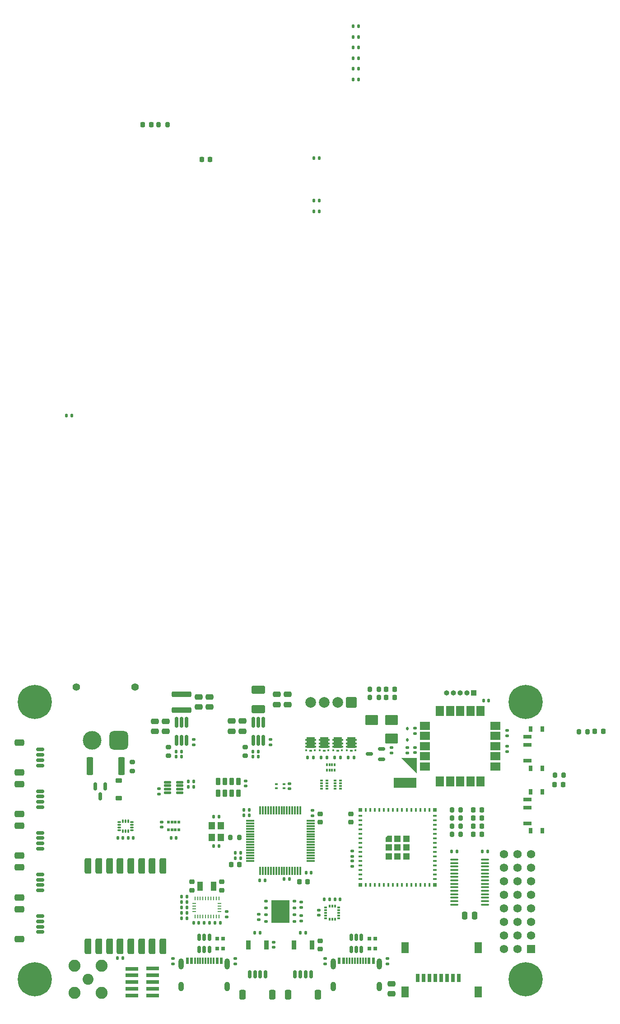
<source format=gbr>
%TF.GenerationSoftware,KiCad,Pcbnew,9.0.0*%
%TF.CreationDate,2025-04-04T17:03:46+04:00*%
%TF.ProjectId,aether,61657468-6572-42e6-9b69-6361645f7063,rev?*%
%TF.SameCoordinates,Original*%
%TF.FileFunction,Soldermask,Top*%
%TF.FilePolarity,Negative*%
%FSLAX46Y46*%
G04 Gerber Fmt 4.6, Leading zero omitted, Abs format (unit mm)*
G04 Created by KiCad (PCBNEW 9.0.0) date 2025-04-04 17:03:46*
%MOMM*%
%LPD*%
G01*
G04 APERTURE LIST*
G04 Aperture macros list*
%AMRoundRect*
0 Rectangle with rounded corners*
0 $1 Rounding radius*
0 $2 $3 $4 $5 $6 $7 $8 $9 X,Y pos of 4 corners*
0 Add a 4 corners polygon primitive as box body*
4,1,4,$2,$3,$4,$5,$6,$7,$8,$9,$2,$3,0*
0 Add four circle primitives for the rounded corners*
1,1,$1+$1,$2,$3*
1,1,$1+$1,$4,$5*
1,1,$1+$1,$6,$7*
1,1,$1+$1,$8,$9*
0 Add four rect primitives between the rounded corners*
20,1,$1+$1,$2,$3,$4,$5,0*
20,1,$1+$1,$4,$5,$6,$7,0*
20,1,$1+$1,$6,$7,$8,$9,0*
20,1,$1+$1,$8,$9,$2,$3,0*%
%AMOutline5P*
0 Free polygon, 5 corners , with rotation*
0 The origin of the aperture is its center*
0 number of corners: always 5*
0 $1 to $10 corner X, Y*
0 $11 Rotation angle, in degrees counterclockwise*
0 create outline with 5 corners*
4,1,5,$1,$2,$3,$4,$5,$6,$7,$8,$9,$10,$1,$2,$11*%
%AMOutline6P*
0 Free polygon, 6 corners , with rotation*
0 The origin of the aperture is its center*
0 number of corners: always 6*
0 $1 to $12 corner X, Y*
0 $13 Rotation angle, in degrees counterclockwise*
0 create outline with 6 corners*
4,1,6,$1,$2,$3,$4,$5,$6,$7,$8,$9,$10,$11,$12,$1,$2,$13*%
%AMOutline7P*
0 Free polygon, 7 corners , with rotation*
0 The origin of the aperture is its center*
0 number of corners: always 7*
0 $1 to $14 corner X, Y*
0 $15 Rotation angle, in degrees counterclockwise*
0 create outline with 7 corners*
4,1,7,$1,$2,$3,$4,$5,$6,$7,$8,$9,$10,$11,$12,$13,$14,$1,$2,$15*%
%AMOutline8P*
0 Free polygon, 8 corners , with rotation*
0 The origin of the aperture is its center*
0 number of corners: always 8*
0 $1 to $16 corner X, Y*
0 $17 Rotation angle, in degrees counterclockwise*
0 create outline with 8 corners*
4,1,8,$1,$2,$3,$4,$5,$6,$7,$8,$9,$10,$11,$12,$13,$14,$15,$16,$1,$2,$17*%
%AMFreePoly0*
4,1,29,0.736610,0.177800,0.990610,0.177800,0.990610,-0.177800,0.736610,-0.177800,0.738922,-0.472186,0.992922,-0.472186,0.992922,-0.827786,0.738922,-0.827786,0.738922,-1.122172,0.992922,-1.122172,0.992922,-1.477772,0.738922,-1.477772,0.736613,-1.522279,-0.736613,-1.522279,-0.736610,-1.477772,-0.990610,-1.477772,-0.990610,-1.122172,-0.736610,-1.122172,-0.736610,-0.827786,-0.990610,-0.827786,
-0.990610,-0.472186,-0.736610,-0.472186,-0.736610,-0.177800,-0.990610,-0.177800,-0.990610,0.177800,-0.736610,0.177800,-0.736613,0.484321,0.736613,0.484321,0.736610,0.177800,0.736610,0.177800,$1*%
G04 Aperture macros list end*
%ADD10C,0.000100*%
%ADD11RoundRect,0.218750X0.218750X0.256250X-0.218750X0.256250X-0.218750X-0.256250X0.218750X-0.256250X0*%
%ADD12RoundRect,0.200000X0.200000X0.275000X-0.200000X0.275000X-0.200000X-0.275000X0.200000X-0.275000X0*%
%ADD13R,0.400000X0.500000*%
%ADD14R,0.300000X0.500000*%
%ADD15R,0.500000X0.400000*%
%ADD16R,0.500000X0.300000*%
%ADD17RoundRect,0.140000X0.170000X-0.140000X0.170000X0.140000X-0.170000X0.140000X-0.170000X-0.140000X0*%
%ADD18RoundRect,0.225000X0.225000X0.250000X-0.225000X0.250000X-0.225000X-0.250000X0.225000X-0.250000X0*%
%ADD19RoundRect,0.135000X-0.135000X-0.185000X0.135000X-0.185000X0.135000X0.185000X-0.135000X0.185000X0*%
%ADD20R,0.600000X1.240000*%
%ADD21R,0.300000X1.240000*%
%ADD22O,1.000000X2.100000*%
%ADD23O,1.000000X1.800000*%
%ADD24RoundRect,0.317500X-0.317500X1.157500X-0.317500X-1.157500X0.317500X-1.157500X0.317500X1.157500X0*%
%ADD25RoundRect,0.250000X-0.475000X0.250000X-0.475000X-0.250000X0.475000X-0.250000X0.475000X0.250000X0*%
%ADD26RoundRect,0.102000X-2.050000X-0.850000X2.050000X-0.850000X2.050000X0.850000X-2.050000X0.850000X0*%
%ADD27RoundRect,0.140000X0.140000X0.170000X-0.140000X0.170000X-0.140000X-0.170000X0.140000X-0.170000X0*%
%ADD28R,0.254000X0.675000*%
%ADD29R,0.675000X0.254000*%
%ADD30RoundRect,0.135000X0.135000X0.185000X-0.135000X0.185000X-0.135000X-0.185000X0.135000X-0.185000X0*%
%ADD31RoundRect,0.225000X0.250000X-0.225000X0.250000X0.225000X-0.250000X0.225000X-0.250000X-0.225000X0*%
%ADD32RoundRect,0.150000X-0.625000X0.150000X-0.625000X-0.150000X0.625000X-0.150000X0.625000X0.150000X0*%
%ADD33RoundRect,0.250000X-0.650000X0.350000X-0.650000X-0.350000X0.650000X-0.350000X0.650000X0.350000X0*%
%ADD34R,0.800000X1.000000*%
%ADD35R,1.500000X0.700000*%
%ADD36RoundRect,0.135000X-0.185000X0.135000X-0.185000X-0.135000X0.185000X-0.135000X0.185000X0.135000X0*%
%ADD37RoundRect,0.150000X0.150000X-0.512500X0.150000X0.512500X-0.150000X0.512500X-0.150000X-0.512500X0*%
%ADD38R,0.700000X0.700000*%
%ADD39RoundRect,0.200000X-0.200000X-0.275000X0.200000X-0.275000X0.200000X0.275000X-0.200000X0.275000X0*%
%ADD40RoundRect,0.140000X-0.170000X0.140000X-0.170000X-0.140000X0.170000X-0.140000X0.170000X0.140000X0*%
%ADD41RoundRect,0.150000X-0.150000X-0.625000X0.150000X-0.625000X0.150000X0.625000X-0.150000X0.625000X0*%
%ADD42RoundRect,0.250000X-0.350000X-0.650000X0.350000X-0.650000X0.350000X0.650000X-0.350000X0.650000X0*%
%ADD43RoundRect,0.162500X-0.162500X0.837500X-0.162500X-0.837500X0.162500X-0.837500X0.162500X0.837500X0*%
%ADD44RoundRect,0.135000X0.185000X-0.135000X0.185000X0.135000X-0.185000X0.135000X-0.185000X-0.135000X0*%
%ADD45FreePoly0,0.000000*%
%ADD46R,0.406400X0.355600*%
%ADD47R,0.558800X0.304800*%
%ADD48C,0.800000*%
%ADD49C,6.400000*%
%ADD50C,2.050000*%
%ADD51C,2.250000*%
%ADD52R,0.800000X1.500000*%
%ADD53R,1.450000X2.000000*%
%ADD54RoundRect,0.112500X0.112500X-0.187500X0.112500X0.187500X-0.112500X0.187500X-0.112500X-0.187500X0*%
%ADD55RoundRect,0.147500X0.147500X0.172500X-0.147500X0.172500X-0.147500X-0.172500X0.147500X-0.172500X0*%
%ADD56R,0.900000X1.700000*%
%ADD57RoundRect,0.102000X-0.175000X-0.175000X0.175000X-0.175000X0.175000X0.175000X-0.175000X0.175000X0*%
%ADD58RoundRect,0.218750X-0.218750X-0.256250X0.218750X-0.256250X0.218750X0.256250X-0.218750X0.256250X0*%
%ADD59RoundRect,0.200000X0.275000X-0.200000X0.275000X0.200000X-0.275000X0.200000X-0.275000X-0.200000X0*%
%ADD60C,1.400000*%
%ADD61RoundRect,0.770000X-0.980000X-0.980000X0.980000X-0.980000X0.980000X0.980000X-0.980000X0.980000X0*%
%ADD62C,3.500000*%
%ADD63RoundRect,0.150000X-0.150000X0.587500X-0.150000X-0.587500X0.150000X-0.587500X0.150000X0.587500X0*%
%ADD64RoundRect,0.087500X-0.225000X-0.087500X0.225000X-0.087500X0.225000X0.087500X-0.225000X0.087500X0*%
%ADD65RoundRect,0.087500X-0.087500X-0.225000X0.087500X-0.225000X0.087500X0.225000X-0.087500X0.225000X0*%
%ADD66RoundRect,0.140000X-0.140000X-0.170000X0.140000X-0.170000X0.140000X0.170000X-0.140000X0.170000X0*%
%ADD67RoundRect,0.102000X0.685000X-0.685000X0.685000X0.685000X-0.685000X0.685000X-0.685000X-0.685000X0*%
%ADD68C,1.574000*%
%ADD69RoundRect,0.250000X-0.250000X-0.475000X0.250000X-0.475000X0.250000X0.475000X-0.250000X0.475000X0*%
%ADD70RoundRect,0.225000X0.375000X-0.225000X0.375000X0.225000X-0.375000X0.225000X-0.375000X-0.225000X0*%
%ADD71RoundRect,0.150000X0.512500X0.150000X-0.512500X0.150000X-0.512500X-0.150000X0.512500X-0.150000X0*%
%ADD72R,1.200000X1.400000*%
%ADD73RoundRect,0.102000X1.050000X0.850000X-1.050000X0.850000X-1.050000X-0.850000X1.050000X-0.850000X0*%
%ADD74RoundRect,0.225000X-0.250000X0.225000X-0.250000X-0.225000X0.250000X-0.225000X0.250000X0.225000X0*%
%ADD75RoundRect,0.087500X-0.187500X-0.087500X0.187500X-0.087500X0.187500X0.087500X-0.187500X0.087500X0*%
%ADD76RoundRect,0.087500X-0.087500X-0.187500X0.087500X-0.187500X0.087500X0.187500X-0.087500X0.187500X0*%
%ADD77RoundRect,0.250001X0.999999X-0.499999X0.999999X0.499999X-0.999999X0.499999X-0.999999X-0.499999X0*%
%ADD78R,1.000000X1.800000*%
%ADD79R,1.000000X1.000000*%
%ADD80O,1.000000X1.000000*%
%ADD81RoundRect,0.250000X1.600000X-0.300000X1.600000X0.300000X-1.600000X0.300000X-1.600000X-0.300000X0*%
%ADD82RoundRect,0.225000X-0.225000X-0.250000X0.225000X-0.250000X0.225000X0.250000X-0.225000X0.250000X0*%
%ADD83RoundRect,0.102000X-0.300000X0.550000X-0.300000X-0.550000X0.300000X-0.550000X0.300000X0.550000X0*%
%ADD84C,2.000000*%
%ADD85RoundRect,0.250000X0.750000X0.750000X-0.750000X0.750000X-0.750000X-0.750000X0.750000X-0.750000X0*%
%ADD86RoundRect,0.125000X-0.537500X-0.125000X0.537500X-0.125000X0.537500X0.125000X-0.537500X0.125000X0*%
%ADD87R,0.800000X0.400000*%
%ADD88R,0.400000X0.800000*%
%ADD89Outline5P,-0.600000X0.204000X-0.204000X0.600000X0.600000X0.600000X0.600000X-0.600000X-0.600000X-0.600000X0.000000*%
%ADD90R,1.200000X1.200000*%
%ADD91R,0.800000X0.800000*%
%ADD92R,2.400000X0.740000*%
%ADD93RoundRect,0.100000X0.637500X0.100000X-0.637500X0.100000X-0.637500X-0.100000X0.637500X-0.100000X0*%
%ADD94RoundRect,0.200000X-0.275000X0.200000X-0.275000X-0.200000X0.275000X-0.200000X0.275000X0.200000X0*%
%ADD95RoundRect,0.000001X-0.900000X-0.750000X0.900000X-0.750000X0.900000X0.750000X-0.900000X0.750000X0*%
%ADD96RoundRect,0.000001X-0.750000X-0.900000X0.750000X-0.900000X0.750000X0.900000X-0.750000X0.900000X0*%
%ADD97RoundRect,0.125000X-0.250000X-0.125000X0.250000X-0.125000X0.250000X0.125000X-0.250000X0.125000X0*%
%ADD98R,3.400000X4.300000*%
%ADD99RoundRect,0.250000X0.362500X1.425000X-0.362500X1.425000X-0.362500X-1.425000X0.362500X-1.425000X0*%
%ADD100RoundRect,0.075000X-0.700000X-0.075000X0.700000X-0.075000X0.700000X0.075000X-0.700000X0.075000X0*%
%ADD101RoundRect,0.075000X-0.075000X-0.700000X0.075000X-0.700000X0.075000X0.700000X-0.075000X0.700000X0*%
G04 APERTURE END LIST*
D10*
%TO.C,BT1*%
X125550000Y-102250000D02*
X122750000Y-99450000D01*
X125550000Y-99450000D01*
X125550000Y-102250000D01*
G36*
X125550000Y-102250000D02*
G01*
X122750000Y-99450000D01*
X125550000Y-99450000D01*
X125550000Y-102250000D01*
G37*
%TD*%
D11*
%TO.C,D5*%
X136212500Y-113750000D03*
X137787500Y-113750000D03*
%TD*%
%TO.C,D7*%
X136212500Y-110750000D03*
X137787500Y-110750000D03*
%TD*%
%TO.C,D4*%
X136212500Y-109250000D03*
X137787500Y-109250000D03*
%TD*%
%TO.C,D6*%
X136212500Y-112250000D03*
X137787500Y-112250000D03*
%TD*%
D12*
%TO.C,R50*%
X132175000Y-110750000D03*
X133825000Y-110750000D03*
%TD*%
%TO.C,R48*%
X132175000Y-113750000D03*
X133825000Y-113750000D03*
%TD*%
%TO.C,R47*%
X132175000Y-109250000D03*
X133825000Y-109250000D03*
%TD*%
%TO.C,R49*%
X132175000Y-112250000D03*
X133825000Y-112250000D03*
%TD*%
D13*
%TO.C,RN1*%
X110225000Y-101750000D03*
D14*
X109725000Y-101750000D03*
X109225000Y-101750000D03*
D13*
X108725000Y-101750000D03*
X108725000Y-100750000D03*
D14*
X109225000Y-100750000D03*
X109725000Y-100750000D03*
D13*
X110225000Y-100750000D03*
%TD*%
D15*
%TO.C,RN2*%
X110275000Y-105250000D03*
D16*
X110275000Y-104750000D03*
X110275000Y-104250000D03*
D15*
X110275000Y-103750000D03*
X111275000Y-103750000D03*
D16*
X111275000Y-104250000D03*
X111275000Y-104750000D03*
D15*
X111275000Y-105250000D03*
%TD*%
%TO.C,RN3*%
X107775000Y-105250000D03*
D16*
X107775000Y-104750000D03*
X107775000Y-104250000D03*
D15*
X107775000Y-103750000D03*
X108775000Y-103750000D03*
D16*
X108775000Y-104250000D03*
X108775000Y-104750000D03*
D15*
X108775000Y-105250000D03*
%TD*%
D17*
%TO.C,C34*%
X98150000Y-96980000D03*
X98150000Y-96020000D03*
%TD*%
D18*
%TO.C,C11*%
X92350000Y-119500000D03*
X90800000Y-119500000D03*
%TD*%
D19*
%TO.C,R34*%
X113670000Y27730000D03*
X114690000Y27730000D03*
%TD*%
%TO.C,R16*%
X103740000Y-132250000D03*
X104760000Y-132250000D03*
%TD*%
D20*
%TO.C,USB_STM32*%
X82550000Y-137525000D03*
X83350000Y-137525000D03*
D21*
X84500000Y-137525000D03*
X85500000Y-137525000D03*
X86000000Y-137525000D03*
X87000000Y-137525000D03*
D20*
X88150000Y-137525000D03*
X88950000Y-137525000D03*
X88950000Y-137525000D03*
X88150000Y-137525000D03*
D21*
X87500000Y-137525000D03*
X86500000Y-137525000D03*
X85000000Y-137525000D03*
X84000000Y-137525000D03*
D20*
X83350000Y-137525000D03*
X82550000Y-137525000D03*
D22*
X81430000Y-138125000D03*
D23*
X81430000Y-142325000D03*
D22*
X90070000Y-138125000D03*
D23*
X90070000Y-142325000D03*
%TD*%
D24*
%TO.C,RFM95*%
X78000000Y-119725000D03*
X76000000Y-119725000D03*
X74000000Y-119725000D03*
X72000000Y-119725000D03*
X70000000Y-119725000D03*
X68000000Y-119725000D03*
X66000000Y-119725000D03*
X64000000Y-119725000D03*
X64000000Y-134775000D03*
X66000000Y-134775000D03*
X68000000Y-134775000D03*
X70000000Y-134775000D03*
X72000000Y-134775000D03*
X74000000Y-134775000D03*
X76000000Y-134775000D03*
X78000000Y-134775000D03*
%TD*%
D19*
%TO.C,R60*%
X81490000Y-127500000D03*
X82510000Y-127500000D03*
%TD*%
D25*
%TO.C,C32*%
X90900000Y-92550000D03*
X90900000Y-94450000D03*
%TD*%
D26*
%TO.C,BT1*%
X123400000Y-104100000D03*
%TD*%
D27*
%TO.C,C46*%
X82480000Y-125500000D03*
X81520000Y-125500000D03*
%TD*%
D28*
%TO.C,U13*%
X84000000Y-125837500D03*
D29*
X83862500Y-126750000D03*
X83862500Y-127250000D03*
X83862500Y-127750000D03*
X83862500Y-128250000D03*
D28*
X84000000Y-129162500D03*
X84500000Y-129162500D03*
X85000000Y-129162500D03*
X85500000Y-129162500D03*
X86000000Y-129162500D03*
X86500000Y-129162500D03*
X87000000Y-129162500D03*
X87500000Y-129162500D03*
X88000000Y-129162500D03*
X88500000Y-129162500D03*
D29*
X88637500Y-128250000D03*
X88637500Y-127750000D03*
X88637500Y-127250000D03*
X88637500Y-126750000D03*
D28*
X88500000Y-125837500D03*
X88000000Y-125837500D03*
X87500000Y-125837500D03*
X87000000Y-125837500D03*
X86500000Y-125837500D03*
X86000000Y-125837500D03*
X85500000Y-125837500D03*
X85000000Y-125837500D03*
X84500000Y-125837500D03*
%TD*%
D30*
%TO.C,R27*%
X133147500Y-117000000D03*
X132127500Y-117000000D03*
%TD*%
D31*
%TO.C,C45*%
X89050000Y-124262500D03*
X89050000Y-122712500D03*
%TD*%
D25*
%TO.C,C41*%
X84750000Y-88050000D03*
X84750000Y-89950000D03*
%TD*%
D27*
%TO.C,C18*%
X109230000Y-126000000D03*
X108270000Y-126000000D03*
%TD*%
D32*
%TO.C,UART1-RFD-STM1*%
X55000000Y-97900000D03*
X55000000Y-98900000D03*
X55000000Y-99900000D03*
X55000000Y-100900000D03*
D33*
X51125000Y-96600000D03*
X51125000Y-102200000D03*
%TD*%
D25*
%TO.C,C36*%
X99390000Y-87560000D03*
X99390000Y-89460000D03*
%TD*%
D34*
%TO.C,ESP_B0*%
X146970000Y-101400000D03*
X149180000Y-101400000D03*
X146970000Y-94100000D03*
X149180000Y-94100000D03*
D35*
X146320000Y-100000000D03*
X146320000Y-97000000D03*
X146320000Y-95500000D03*
%TD*%
D36*
%TO.C,R15*%
X113500000Y-118800000D03*
X113500000Y-119820000D03*
%TD*%
D37*
%TO.C,U1*%
X84800000Y-135387500D03*
X85750000Y-135387500D03*
X86700000Y-135387500D03*
X86700000Y-133112500D03*
X85750000Y-133112500D03*
X84800000Y-133112500D03*
%TD*%
D38*
%TO.C,ESPRGB1*%
X116700000Y-135165000D03*
X117800000Y-135165000D03*
X117800000Y-133335000D03*
X116700000Y-133335000D03*
%TD*%
D39*
%TO.C,R12*%
X155965000Y-94600000D03*
X157615000Y-94600000D03*
%TD*%
D40*
%TO.C,C12*%
X98750000Y-134020000D03*
X98750000Y-134980000D03*
%TD*%
D19*
%TO.C,R11*%
X112775000Y-99375000D03*
X113795000Y-99375000D03*
%TD*%
D40*
%TO.C,C16*%
X107250000Y-128020000D03*
X107250000Y-128980000D03*
%TD*%
D19*
%TO.C,R31*%
X113670000Y33700000D03*
X114690000Y33700000D03*
%TD*%
D25*
%TO.C,C33*%
X92900000Y-92550000D03*
X92900000Y-94450000D03*
%TD*%
D41*
%TO.C,RST-BOOT-ESP32*%
X102750000Y-140000000D03*
X103750000Y-140000000D03*
X104750000Y-140000000D03*
X105750000Y-140000000D03*
D42*
X101450000Y-143875000D03*
X107050000Y-143875000D03*
%TD*%
D27*
%TO.C,C7*%
X97130000Y-122400000D03*
X96170000Y-122400000D03*
%TD*%
D19*
%TO.C,R42*%
X82740000Y-103875000D03*
X83760000Y-103875000D03*
%TD*%
%TO.C,R32*%
X113670000Y31710000D03*
X114690000Y31710000D03*
%TD*%
D43*
%TO.C,U10*%
X96850000Y-92790000D03*
X95900000Y-92790000D03*
X94950000Y-92790000D03*
X94950000Y-96210000D03*
X95900000Y-96210000D03*
X96850000Y-96210000D03*
%TD*%
D44*
%TO.C,R7*%
X91585000Y-138125000D03*
X91585000Y-137105000D03*
%TD*%
D20*
%TO.C,USB_ESP32*%
X111050000Y-137525000D03*
X111850000Y-137525000D03*
D21*
X113000000Y-137525000D03*
X114000000Y-137525000D03*
X114500000Y-137525000D03*
X115500000Y-137525000D03*
D20*
X116650000Y-137525000D03*
X117450000Y-137525000D03*
X117450000Y-137525000D03*
X116650000Y-137525000D03*
D21*
X116000000Y-137525000D03*
X115000000Y-137525000D03*
X113500000Y-137525000D03*
X112500000Y-137525000D03*
D20*
X111850000Y-137525000D03*
X111050000Y-137525000D03*
D22*
X109930000Y-138125000D03*
D23*
X109930000Y-142325000D03*
D22*
X118570000Y-138125000D03*
D23*
X118570000Y-142325000D03*
%TD*%
D45*
%TO.C,U14*%
X105665000Y-96050021D03*
D46*
X104874999Y-97999979D03*
X106455001Y-97999979D03*
D47*
X105665000Y-98152000D03*
%TD*%
D48*
%TO.C,H1*%
X51600000Y-89000000D03*
X52302944Y-87302944D03*
X52302944Y-90697056D03*
X54000000Y-86600000D03*
D49*
X54000000Y-89000000D03*
D48*
X54000000Y-91400000D03*
X55697056Y-87302944D03*
X55697056Y-90697056D03*
X56400000Y-89000000D03*
%TD*%
D50*
%TO.C,ANT1*%
X64000000Y-141000000D03*
D51*
X66540000Y-143540000D03*
X66540000Y-138460000D03*
X61460000Y-143540000D03*
X61460000Y-138460000D03*
%TD*%
D41*
%TO.C,RST-BOOT-STM32*%
X94250000Y-140000000D03*
X95250000Y-140000000D03*
X96250000Y-140000000D03*
X97250000Y-140000000D03*
D42*
X92950000Y-143875000D03*
X98550000Y-143875000D03*
%TD*%
D52*
%TO.C,SD1*%
X133450000Y-140750000D03*
X132350000Y-140750000D03*
X131250000Y-140750000D03*
X130150000Y-140750000D03*
X129050000Y-140750000D03*
X127950000Y-140750000D03*
X126850000Y-140750000D03*
X125750000Y-140750000D03*
D53*
X137125000Y-143350000D03*
X137125000Y-135050000D03*
X123375000Y-143350000D03*
X123375000Y-135050000D03*
%TD*%
D27*
%TO.C,C9*%
X88480000Y-116000000D03*
X87520000Y-116000000D03*
%TD*%
D54*
%TO.C,D2*%
X123812500Y-96050000D03*
X123812500Y-93950000D03*
%TD*%
D39*
%TO.C,R46*%
X116800000Y-86625000D03*
X118450000Y-86625000D03*
%TD*%
D31*
%TO.C,C2*%
X107500000Y-111525000D03*
X107500000Y-109975000D03*
%TD*%
D55*
%TO.C,FB1*%
X92560000Y-117250000D03*
X91590000Y-117250000D03*
%TD*%
D19*
%TO.C,R59*%
X81490000Y-129500000D03*
X82510000Y-129500000D03*
%TD*%
D32*
%TO.C,I2C-ESP1*%
X55000000Y-129100000D03*
X55000000Y-130100000D03*
X55000000Y-131100000D03*
X55000000Y-132100000D03*
D33*
X51125000Y-127800000D03*
X51125000Y-133400000D03*
%TD*%
D11*
%TO.C,LED1*%
X121412500Y-88125000D03*
X119837500Y-88125000D03*
%TD*%
D36*
%TO.C,R57*%
X90000000Y-128240000D03*
X90000000Y-129260000D03*
%TD*%
D19*
%TO.C,R28*%
X137852500Y-117000000D03*
X138872500Y-117000000D03*
%TD*%
D27*
%TO.C,C47*%
X82480000Y-126500000D03*
X81520000Y-126500000D03*
%TD*%
D19*
%TO.C,R58*%
X81490000Y-128500000D03*
X82510000Y-128500000D03*
%TD*%
D45*
%TO.C,U12*%
X108205000Y-96050021D03*
D46*
X107414999Y-97999979D03*
X108995001Y-97999979D03*
D47*
X108205000Y-98152000D03*
%TD*%
D30*
%TO.C,R56*%
X88760000Y-130400000D03*
X87740000Y-130400000D03*
%TD*%
D27*
%TO.C,C10*%
X92555000Y-118250000D03*
X91595000Y-118250000D03*
%TD*%
D19*
%TO.C,R1*%
X100740000Y-122200000D03*
X101760000Y-122200000D03*
%TD*%
%TO.C,R29*%
X113670000Y37680000D03*
X114690000Y37680000D03*
%TD*%
D56*
%TO.C,STM_RST1*%
X94050000Y-134500000D03*
X97450000Y-134500000D03*
%TD*%
D48*
%TO.C,H3*%
X143600000Y-141000000D03*
X144302944Y-139302944D03*
X144302944Y-142697056D03*
X146000000Y-138600000D03*
D49*
X146000000Y-141000000D03*
D48*
X146000000Y-143400000D03*
X147697056Y-139302944D03*
X147697056Y-142697056D03*
X148400000Y-141000000D03*
%TD*%
%TO.C,H2*%
X51600000Y-141000000D03*
X52302944Y-139302944D03*
X52302944Y-142697056D03*
X54000000Y-138600000D03*
D49*
X54000000Y-141000000D03*
D48*
X54000000Y-143400000D03*
X55697056Y-139302944D03*
X55697056Y-142697056D03*
X56400000Y-141000000D03*
%TD*%
D19*
%TO.C,R8*%
X105155000Y-99375000D03*
X106175000Y-99375000D03*
%TD*%
D17*
%TO.C,C31*%
X101700000Y-105230000D03*
X101700000Y-104270000D03*
%TD*%
D56*
%TO.C,ESP_RST1*%
X102550000Y-134500000D03*
X105950000Y-134500000D03*
%TD*%
D19*
%TO.C,R30*%
X113670000Y35690000D03*
X114690000Y35690000D03*
%TD*%
D57*
%TO.C,U4*%
X79025000Y-111525000D03*
X79675000Y-111525000D03*
X80325000Y-111525000D03*
X80975000Y-111525000D03*
X80975000Y-112975000D03*
X80325000Y-112975000D03*
X79675000Y-112975000D03*
X79025000Y-112975000D03*
%TD*%
D58*
%TO.C,ESPBOOT0*%
X158962500Y-94500000D03*
X160537500Y-94500000D03*
%TD*%
D44*
%TO.C,R24*%
X123812500Y-98510000D03*
X123812500Y-97490000D03*
%TD*%
D59*
%TO.C,R41*%
X72250000Y-101900000D03*
X72250000Y-100250000D03*
%TD*%
D30*
%TO.C,R36*%
X95900000Y-99260000D03*
X94880000Y-99260000D03*
%TD*%
D44*
%TO.C,R20*%
X120080000Y-138125000D03*
X120080000Y-137105000D03*
%TD*%
D60*
%TO.C,XT30*%
X61750000Y-86175000D03*
X72750000Y-86175000D03*
D61*
X69750000Y-96175000D03*
D62*
X64750000Y-96175000D03*
%TD*%
D30*
%TO.C,R39*%
X81510000Y-99260000D03*
X80490000Y-99260000D03*
%TD*%
D17*
%TO.C,C20*%
X77750000Y-112455000D03*
X77750000Y-111495000D03*
%TD*%
D63*
%TO.C,Q6*%
X67200000Y-104812500D03*
X65300000Y-104812500D03*
X66250000Y-106687500D03*
%TD*%
D19*
%TO.C,R17*%
X106330000Y4980000D03*
X107350000Y4980000D03*
%TD*%
D64*
%TO.C,U6*%
X69837500Y-111500000D03*
X69837500Y-112000000D03*
X69837500Y-112500000D03*
X69837500Y-113000000D03*
D65*
X70500000Y-113162500D03*
X71000000Y-113162500D03*
X71500000Y-113162500D03*
D64*
X72162500Y-113000000D03*
X72162500Y-112500000D03*
X72162500Y-112000000D03*
X72162500Y-111500000D03*
D65*
X71500000Y-111337500D03*
X71000000Y-111337500D03*
X70500000Y-111337500D03*
%TD*%
D44*
%TO.C,R14*%
X113500000Y-117950000D03*
X113500000Y-116930000D03*
%TD*%
D66*
%TO.C,C22*%
X138100000Y-88750000D03*
X139060000Y-88750000D03*
%TD*%
D39*
%TO.C,R23*%
X77175000Y19250000D03*
X78825000Y19250000D03*
%TD*%
D25*
%TO.C,C40*%
X86750000Y-88050000D03*
X86750000Y-89950000D03*
%TD*%
D67*
%TO.C,PWM1*%
X147000000Y-135290000D03*
D68*
X144460000Y-135290000D03*
X141920000Y-135290000D03*
X147000000Y-132750000D03*
X144460000Y-132750000D03*
X141920000Y-132750000D03*
X147000000Y-130210000D03*
X144460000Y-130210000D03*
X141920000Y-130210000D03*
X147000000Y-127670000D03*
X144460000Y-127670000D03*
X141920000Y-127670000D03*
X147000000Y-125130000D03*
X144460000Y-125130000D03*
X141920000Y-125130000D03*
X147000000Y-122590000D03*
X144460000Y-122590000D03*
X141920000Y-122590000D03*
X147000000Y-120050000D03*
X144460000Y-120050000D03*
X141920000Y-120050000D03*
X147000000Y-117510000D03*
X144460000Y-117510000D03*
X141920000Y-117510000D03*
%TD*%
D69*
%TO.C,C25*%
X134550000Y-129000000D03*
X136450000Y-129000000D03*
%TD*%
D70*
%TO.C,D3*%
X69750000Y-107050000D03*
X69750000Y-103750000D03*
%TD*%
D71*
%TO.C,Q1*%
X119012500Y-99700000D03*
X119012500Y-97800000D03*
X116737500Y-98750000D03*
%TD*%
D72*
%TO.C,HSE1*%
X87150000Y-112150000D03*
X87150000Y-114350000D03*
X88850000Y-114350000D03*
X88850000Y-112150000D03*
%TD*%
D19*
%TO.C,R40*%
X80490000Y-98260000D03*
X81510000Y-98260000D03*
%TD*%
D45*
%TO.C,U3*%
X113285000Y-96050021D03*
D46*
X112494999Y-97999979D03*
X114075001Y-97999979D03*
D47*
X113285000Y-98152000D03*
%TD*%
D12*
%TO.C,R4*%
X153135000Y-102680000D03*
X151485000Y-102680000D03*
%TD*%
D66*
%TO.C,C26*%
X69540000Y-114500000D03*
X70500000Y-114500000D03*
%TD*%
D73*
%TO.C,BZ1*%
X120900000Y-92375000D03*
X117100000Y-92375000D03*
X120900000Y-95875000D03*
%TD*%
D25*
%TO.C,C37*%
X76500000Y-92600000D03*
X76500000Y-94500000D03*
%TD*%
D32*
%TO.C,UART2-STM1*%
X55000000Y-105700000D03*
X55000000Y-106700000D03*
X55000000Y-107700000D03*
X55000000Y-108700000D03*
D33*
X51125000Y-104400000D03*
X51125000Y-110000000D03*
%TD*%
D37*
%TO.C,U2*%
X113300000Y-135387500D03*
X114250000Y-135387500D03*
X115200000Y-135387500D03*
X115200000Y-133112500D03*
X114250000Y-133112500D03*
X113300000Y-133112500D03*
%TD*%
D74*
%TO.C,C14*%
X107500000Y-133725000D03*
X107500000Y-135275000D03*
%TD*%
D17*
%TO.C,C42*%
X77250000Y-106230000D03*
X77250000Y-105270000D03*
%TD*%
D58*
%TO.C,STMBOOT0*%
X151425000Y-104500000D03*
X153000000Y-104500000D03*
%TD*%
D19*
%TO.C,R43*%
X82740000Y-104875000D03*
X83760000Y-104875000D03*
%TD*%
D31*
%TO.C,C44*%
X83450000Y-124262500D03*
X83450000Y-122712500D03*
%TD*%
D36*
%TO.C,R2*%
X120900000Y-97490000D03*
X120900000Y-98510000D03*
%TD*%
D45*
%TO.C,U7*%
X110745000Y-96050021D03*
D46*
X109954999Y-97999979D03*
X111535001Y-97999979D03*
D47*
X110745000Y-98152000D03*
%TD*%
D27*
%TO.C,C5*%
X94155000Y-110195000D03*
X93195000Y-110195000D03*
%TD*%
D19*
%TO.C,R9*%
X107695000Y-99375000D03*
X108715000Y-99375000D03*
%TD*%
D75*
%TO.C,U5*%
X108525000Y-127500000D03*
X108525000Y-128000000D03*
X108525000Y-128500000D03*
X108525000Y-129000000D03*
X108525000Y-129500000D03*
D76*
X109250000Y-129725000D03*
X109750000Y-129725000D03*
X110250000Y-129725000D03*
D75*
X110975000Y-129500000D03*
X110975000Y-129000000D03*
X110975000Y-128500000D03*
X110975000Y-128000000D03*
X110975000Y-127500000D03*
D76*
X110250000Y-127275000D03*
X109750000Y-127275000D03*
X109250000Y-127275000D03*
%TD*%
D77*
%TO.C,L1*%
X95900000Y-90350000D03*
X95900000Y-86650000D03*
%TD*%
D78*
%TO.C,Y1*%
X87500000Y-123487500D03*
X85000000Y-123487500D03*
%TD*%
D79*
%TO.C,GPS_IO1*%
X136290000Y-87250000D03*
D80*
X135020000Y-87250000D03*
X133750000Y-87250000D03*
X132480000Y-87250000D03*
X131210000Y-87250000D03*
%TD*%
D44*
%TO.C,R21*%
X142500000Y-98310000D03*
X142500000Y-97290000D03*
%TD*%
D81*
%TO.C,L2*%
X81500000Y-90500000D03*
X81500000Y-87500000D03*
%TD*%
D34*
%TO.C,STM_B0*%
X146970000Y-113150000D03*
X149180000Y-113150000D03*
X146970000Y-105850000D03*
X149180000Y-105850000D03*
D35*
X146320000Y-111750000D03*
X146320000Y-108750000D03*
X146320000Y-107250000D03*
%TD*%
D82*
%TO.C,C13*%
X85265000Y12680000D03*
X86815000Y12680000D03*
%TD*%
D38*
%TO.C,STMRGB1*%
X88200000Y-135165000D03*
X89300000Y-135165000D03*
X89300000Y-133335000D03*
X88200000Y-133335000D03*
%TD*%
D27*
%TO.C,C4*%
X94155000Y-109195000D03*
X93195000Y-109195000D03*
%TD*%
D19*
%TO.C,R33*%
X113670000Y29720000D03*
X114690000Y29720000D03*
%TD*%
D83*
%TO.C,U8*%
X92125000Y-103900000D03*
X90875000Y-103900000D03*
X89625000Y-103900000D03*
X88375000Y-103900000D03*
X88375000Y-106100000D03*
X89625000Y-106100000D03*
X90875000Y-106100000D03*
X92125000Y-106100000D03*
%TD*%
D84*
%TO.C,PYRO1*%
X105665000Y-89025000D03*
D85*
X113285000Y-89025000D03*
D84*
X110745000Y-89025000D03*
X108205000Y-89025000D03*
%TD*%
D27*
%TO.C,C27*%
X72460000Y-114500000D03*
X71500000Y-114500000D03*
%TD*%
D86*
%TO.C,INA219*%
X78862500Y-104025000D03*
X78862500Y-104675000D03*
X78862500Y-105325000D03*
X78862500Y-105975000D03*
X81137500Y-105975000D03*
X81137500Y-105325000D03*
X81137500Y-104675000D03*
X81137500Y-104025000D03*
%TD*%
D48*
%TO.C,H4*%
X143600000Y-89000000D03*
X144302944Y-87302944D03*
X144302944Y-90697056D03*
X146000000Y-86600000D03*
D49*
X146000000Y-89000000D03*
D48*
X146000000Y-91400000D03*
X147697056Y-87302944D03*
X147697056Y-90697056D03*
X148400000Y-89000000D03*
%TD*%
D30*
%TO.C,R61*%
X86760000Y-130400000D03*
X85740000Y-130400000D03*
%TD*%
D87*
%TO.C,ESP32-S3*%
X115000000Y-110300000D03*
X115000000Y-111150000D03*
X115000000Y-112000000D03*
X115000000Y-112850000D03*
X115000000Y-113700000D03*
X115000000Y-114550000D03*
X115000000Y-115400000D03*
X115000000Y-116250000D03*
X115000000Y-117100000D03*
X115000000Y-117950000D03*
X115000000Y-118800000D03*
X115000000Y-119650000D03*
X115000000Y-120500000D03*
X115000000Y-121350000D03*
X115000000Y-122200000D03*
D88*
X116050000Y-123250000D03*
X116900000Y-123250000D03*
X117750000Y-123250000D03*
X118600000Y-123250000D03*
X119450000Y-123250000D03*
X120300000Y-123250000D03*
X121150000Y-123250000D03*
X122000000Y-123250000D03*
X122850000Y-123250000D03*
X123700000Y-123250000D03*
X124550000Y-123250000D03*
X125400000Y-123250000D03*
X126250000Y-123250000D03*
X127100000Y-123250000D03*
X127950000Y-123250000D03*
D87*
X129000000Y-122200000D03*
X129000000Y-121350000D03*
X129000000Y-120500000D03*
X129000000Y-119650000D03*
X129000000Y-118800000D03*
X129000000Y-117950000D03*
X129000000Y-117100000D03*
X129000000Y-116250000D03*
X129000000Y-115400000D03*
X129000000Y-114550000D03*
X129000000Y-113700000D03*
X129000000Y-112850000D03*
X129000000Y-112000000D03*
X129000000Y-111150000D03*
X129000000Y-110300000D03*
D88*
X127950000Y-109250000D03*
X127100000Y-109250000D03*
X126250000Y-109250000D03*
X125400000Y-109250000D03*
X124550000Y-109250000D03*
X123700000Y-109250000D03*
X122850000Y-109250000D03*
X122000000Y-109250000D03*
X121150000Y-109250000D03*
X120300000Y-109250000D03*
X119450000Y-109250000D03*
X118600000Y-109250000D03*
X117750000Y-109250000D03*
X116900000Y-109250000D03*
X116050000Y-109250000D03*
D89*
X120350000Y-114600000D03*
D90*
X120350000Y-116250000D03*
X120350000Y-117900000D03*
X122000000Y-114600000D03*
X122000000Y-116250000D03*
X122000000Y-117900000D03*
X123650000Y-114600000D03*
X123650000Y-116250000D03*
X123650000Y-117900000D03*
D91*
X115000000Y-109250000D03*
X115000000Y-123250000D03*
X129000000Y-123250000D03*
X129000000Y-109250000D03*
%TD*%
D17*
%TO.C,C39*%
X83750000Y-96980000D03*
X83750000Y-96020000D03*
%TD*%
D66*
%TO.C,C6*%
X104845000Y-121000000D03*
X105805000Y-121000000D03*
%TD*%
D32*
%TO.C,I2C-STM1*%
X55000000Y-121300000D03*
X55000000Y-122300000D03*
X55000000Y-123300000D03*
X55000000Y-124300000D03*
D33*
X51125000Y-120000000D03*
X51125000Y-125600000D03*
%TD*%
D44*
%TO.C,R25*%
X96000000Y-129760000D03*
X96000000Y-128740000D03*
%TD*%
D92*
%TO.C,SWD1*%
X72175000Y-139000000D03*
X76075000Y-138960000D03*
X72175000Y-140230000D03*
X76075000Y-140230000D03*
X72175000Y-141500000D03*
X76075000Y-141500000D03*
X72175000Y-142770000D03*
X76075000Y-142770000D03*
X72175000Y-144040000D03*
X76075000Y-144040000D03*
%TD*%
D93*
%TO.C,PCA9685*%
X138362500Y-126975000D03*
X138362500Y-126325000D03*
X138362500Y-125675000D03*
X138362500Y-125025000D03*
X138362500Y-124375000D03*
X138362500Y-123725000D03*
X138362500Y-123075000D03*
X138362500Y-122425000D03*
X138362500Y-121775000D03*
X138362500Y-121125000D03*
X138362500Y-120475000D03*
X138362500Y-119825000D03*
X138362500Y-119175000D03*
X138362500Y-118525000D03*
X132637500Y-118525000D03*
X132637500Y-119175000D03*
X132637500Y-119825000D03*
X132637500Y-120475000D03*
X132637500Y-121125000D03*
X132637500Y-121775000D03*
X132637500Y-122425000D03*
X132637500Y-123075000D03*
X132637500Y-123725000D03*
X132637500Y-124375000D03*
X132637500Y-125025000D03*
X132637500Y-125675000D03*
X132637500Y-126325000D03*
X132637500Y-126975000D03*
%TD*%
D30*
%TO.C,R55*%
X96260000Y-132250000D03*
X95240000Y-132250000D03*
%TD*%
D36*
%TO.C,R6*%
X79915000Y-137105000D03*
X79915000Y-138125000D03*
%TD*%
D40*
%TO.C,C24*%
X103900000Y-126500000D03*
X103900000Y-127460000D03*
%TD*%
D32*
%TO.C,UART1-RFD-ESP1*%
X55000000Y-113500000D03*
X55000000Y-114500000D03*
X55000000Y-115500000D03*
X55000000Y-116500000D03*
D33*
X51125000Y-112200000D03*
X51125000Y-117800000D03*
%TD*%
D19*
%TO.C,R10*%
X110235000Y-99375000D03*
X111255000Y-99375000D03*
%TD*%
%TO.C,R13*%
X106330000Y12940000D03*
X107350000Y12940000D03*
%TD*%
D27*
%TO.C,C19*%
X80480000Y-114475000D03*
X79520000Y-114475000D03*
%TD*%
D31*
%TO.C,C15*%
X113250000Y-111525000D03*
X113250000Y-109975000D03*
%TD*%
D40*
%TO.C,C30*%
X93500000Y-103770000D03*
X93500000Y-104730000D03*
%TD*%
D17*
%TO.C,C21*%
X125275000Y-94880000D03*
X125275000Y-93920000D03*
%TD*%
D94*
%TO.C,R35*%
X93400000Y-97425000D03*
X93400000Y-99075000D03*
%TD*%
D82*
%TO.C,C1*%
X103600000Y-122650000D03*
X105150000Y-122650000D03*
%TD*%
D25*
%TO.C,C35*%
X101400000Y-87560000D03*
X101400000Y-89460000D03*
%TD*%
D95*
%TO.C,SAM-M10Q1*%
X127150000Y-93450000D03*
X127150000Y-95350000D03*
X127150000Y-97250000D03*
X127150000Y-99150000D03*
X127150000Y-101050000D03*
D96*
X129950000Y-103850000D03*
X131850000Y-103850000D03*
X133750000Y-103850000D03*
X135650000Y-103850000D03*
X137550000Y-103850000D03*
D95*
X140350000Y-101050000D03*
X140350000Y-99150000D03*
X140350000Y-97250000D03*
X140350000Y-95350000D03*
X140350000Y-93450000D03*
D96*
X137550000Y-90650000D03*
X135650000Y-90650000D03*
X133750000Y-90650000D03*
X131850000Y-90650000D03*
X129950000Y-90650000D03*
%TD*%
D27*
%TO.C,C28*%
X70460000Y-137000000D03*
X69500000Y-137000000D03*
%TD*%
D25*
%TO.C,C29*%
X120875000Y-141800000D03*
X120875000Y-143700000D03*
%TD*%
%TO.C,C38*%
X78500000Y-92600000D03*
X78500000Y-94500000D03*
%TD*%
D30*
%TO.C,R5*%
X60912500Y-35320000D03*
X59892500Y-35320000D03*
%TD*%
D58*
%TO.C,D1*%
X74212500Y19250000D03*
X75787500Y19250000D03*
%TD*%
D97*
%TO.C,U15*%
X97300000Y-126345000D03*
X97300000Y-127615000D03*
X97300000Y-128885000D03*
X97300000Y-130155000D03*
X102700000Y-130155000D03*
X102700000Y-128885000D03*
X102700000Y-127615000D03*
X102700000Y-126345000D03*
D98*
X100000000Y-128250000D03*
%TD*%
D94*
%TO.C,R38*%
X79000000Y-97425000D03*
X79000000Y-99075000D03*
%TD*%
D27*
%TO.C,C43*%
X84730000Y-130400000D03*
X83770000Y-130400000D03*
%TD*%
D39*
%TO.C,R45*%
X116800000Y-88125000D03*
X118450000Y-88125000D03*
%TD*%
D66*
%TO.C,C17*%
X110290000Y-126000000D03*
X111250000Y-126000000D03*
%TD*%
D43*
%TO.C,U11*%
X82450000Y-92790000D03*
X81500000Y-92790000D03*
X80550000Y-92790000D03*
X80550000Y-96210000D03*
X81500000Y-96210000D03*
X82450000Y-96210000D03*
%TD*%
D17*
%TO.C,C23*%
X125275000Y-98480000D03*
X125275000Y-97520000D03*
%TD*%
D11*
%TO.C,LED2*%
X121412500Y-86625000D03*
X119837500Y-86625000D03*
%TD*%
D19*
%TO.C,R18*%
X106330000Y2990000D03*
X107350000Y2990000D03*
%TD*%
D27*
%TO.C,C8*%
X88480000Y-110500000D03*
X87520000Y-110500000D03*
%TD*%
D36*
%TO.C,R19*%
X108415000Y-137105000D03*
X108415000Y-138125000D03*
%TD*%
D12*
%TO.C,R3*%
X92325000Y-114350000D03*
X90675000Y-114350000D03*
%TD*%
D17*
%TO.C,C3*%
X106025000Y-110280000D03*
X106025000Y-109320000D03*
%TD*%
D99*
%TO.C,R44*%
X70212500Y-101000000D03*
X64287500Y-101000000D03*
%TD*%
D100*
%TO.C,STM32F4*%
X94325000Y-111250000D03*
X94325000Y-111750000D03*
X94325000Y-112250000D03*
X94325000Y-112750000D03*
X94325000Y-113250000D03*
X94325000Y-113750000D03*
X94325000Y-114250000D03*
X94325000Y-114750000D03*
X94325000Y-115250000D03*
X94325000Y-115750000D03*
X94325000Y-116250000D03*
X94325000Y-116750000D03*
X94325000Y-117250000D03*
X94325000Y-117750000D03*
X94325000Y-118250000D03*
X94325000Y-118750000D03*
D101*
X96250000Y-120675000D03*
X96750000Y-120675000D03*
X97250000Y-120675000D03*
X97750000Y-120675000D03*
X98250000Y-120675000D03*
X98750000Y-120675000D03*
X99250000Y-120675000D03*
X99750000Y-120675000D03*
X100250000Y-120675000D03*
X100750000Y-120675000D03*
X101250000Y-120675000D03*
X101750000Y-120675000D03*
X102250000Y-120675000D03*
X102750000Y-120675000D03*
X103250000Y-120675000D03*
X103750000Y-120675000D03*
D100*
X105675000Y-118750000D03*
X105675000Y-118250000D03*
X105675000Y-117750000D03*
X105675000Y-117250000D03*
X105675000Y-116750000D03*
X105675000Y-116250000D03*
X105675000Y-115750000D03*
X105675000Y-115250000D03*
X105675000Y-114750000D03*
X105675000Y-114250000D03*
X105675000Y-113750000D03*
X105675000Y-113250000D03*
X105675000Y-112750000D03*
X105675000Y-112250000D03*
X105675000Y-111750000D03*
X105675000Y-111250000D03*
D101*
X103750000Y-109325000D03*
X103250000Y-109325000D03*
X102750000Y-109325000D03*
X102250000Y-109325000D03*
X101750000Y-109325000D03*
X101250000Y-109325000D03*
X100750000Y-109325000D03*
X100250000Y-109325000D03*
X99750000Y-109325000D03*
X99250000Y-109325000D03*
X98750000Y-109325000D03*
X98250000Y-109325000D03*
X97750000Y-109325000D03*
X97250000Y-109325000D03*
X96750000Y-109325000D03*
X96250000Y-109325000D03*
%TD*%
D16*
%TO.C,U9*%
X99300000Y-104350000D03*
X99300000Y-105150000D03*
X100700000Y-105150000D03*
X100700000Y-104350000D03*
%TD*%
D19*
%TO.C,R37*%
X94880000Y-98260000D03*
X95900000Y-98260000D03*
%TD*%
D44*
%TO.C,R26*%
X103900000Y-130030000D03*
X103900000Y-129010000D03*
%TD*%
%TO.C,R22*%
X142500000Y-95310000D03*
X142500000Y-94290000D03*
%TD*%
M02*

</source>
